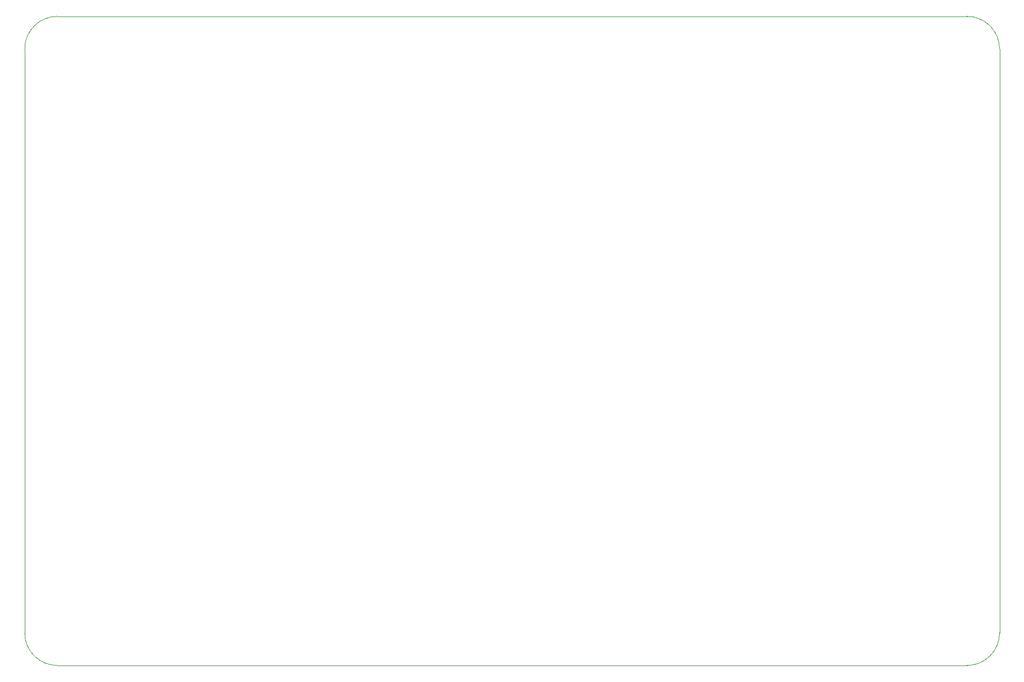
<source format=gbr>
%TF.GenerationSoftware,KiCad,Pcbnew,7.0.7*%
%TF.CreationDate,2024-03-09T13:17:10+01:00*%
%TF.ProjectId,button-board,62757474-6f6e-42d6-926f-6172642e6b69,rev?*%
%TF.SameCoordinates,Original*%
%TF.FileFunction,Profile,NP*%
%FSLAX46Y46*%
G04 Gerber Fmt 4.6, Leading zero omitted, Abs format (unit mm)*
G04 Created by KiCad (PCBNEW 7.0.7) date 2024-03-09 13:17:10*
%MOMM*%
%LPD*%
G01*
G04 APERTURE LIST*
%TA.AperFunction,Profile*%
%ADD10C,0.100000*%
%TD*%
G04 APERTURE END LIST*
D10*
X141189600Y-4210000D02*
X1190000Y-4210000D01*
X146189600Y90789600D02*
X146189600Y790000D01*
X-3810000Y790000D02*
X-3810000Y90789600D01*
X146189600Y90789600D02*
G75*
G03*
X141189600Y95789600I-5000000J0D01*
G01*
X1190000Y95789600D02*
X141189600Y95789600D01*
X-3810000Y790000D02*
G75*
G03*
X1190000Y-4210000I5000000J0D01*
G01*
X1190000Y95789600D02*
G75*
G03*
X-3810000Y90789600I0J-5000000D01*
G01*
X141189600Y-4210000D02*
G75*
G03*
X146189600Y790000I0J5000000D01*
G01*
M02*

</source>
